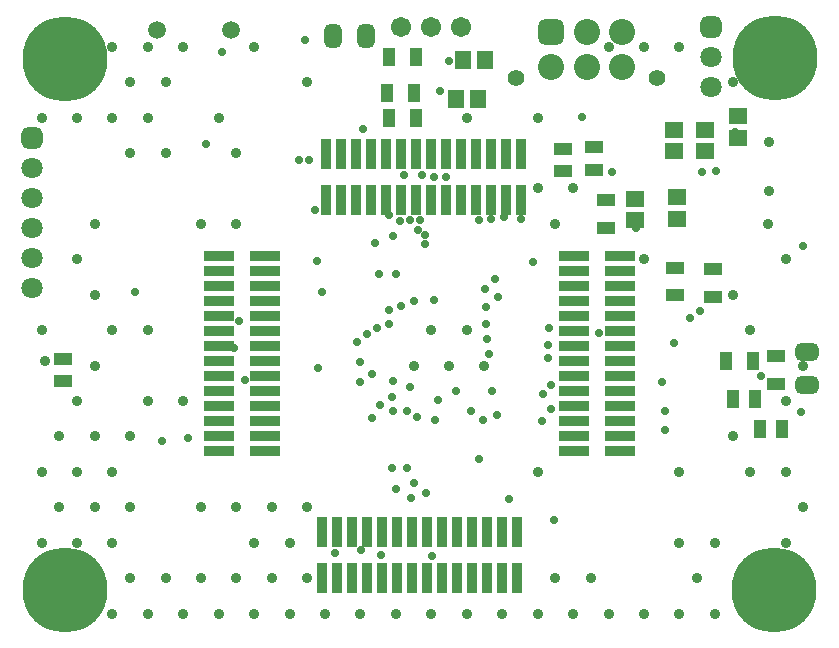
<source format=gbs>
G04*
G04 #@! TF.GenerationSoftware,Altium Limited,Altium Designer,24.3.1 (35)*
G04*
G04 Layer_Color=16711935*
%FSLAX44Y44*%
%MOMM*%
G71*
G04*
G04 #@! TF.SameCoordinates,322CD918-2172-4AA8-915D-2EDBC1309AB6*
G04*
G04*
G04 #@! TF.FilePolarity,Negative*
G04*
G01*
G75*
%ADD47R,1.5032X1.1032*%
%ADD48R,1.5532X1.3532*%
%ADD56R,1.1032X1.5032*%
%ADD70R,1.3532X1.5532*%
%ADD72C,1.8032*%
G04:AMPARAMS|DCode=73|XSize=1.8032mm|YSize=1.8032mm|CornerRadius=0.5016mm|HoleSize=0mm|Usage=FLASHONLY|Rotation=270.000|XOffset=0mm|YOffset=0mm|HoleType=Round|Shape=RoundedRectangle|*
%AMROUNDEDRECTD73*
21,1,1.8032,0.8000,0,0,270.0*
21,1,0.8000,1.8032,0,0,270.0*
1,1,1.0032,-0.4000,-0.4000*
1,1,1.0032,-0.4000,0.4000*
1,1,1.0032,0.4000,0.4000*
1,1,1.0032,0.4000,-0.4000*
%
%ADD73ROUNDEDRECTD73*%
%ADD74C,7.2032*%
%ADD75C,2.2032*%
G04:AMPARAMS|DCode=76|XSize=2.2032mm|YSize=2.2032mm|CornerRadius=0.6016mm|HoleSize=0mm|Usage=FLASHONLY|Rotation=270.000|XOffset=0mm|YOffset=0mm|HoleType=Round|Shape=RoundedRectangle|*
%AMROUNDEDRECTD76*
21,1,2.2032,1.0000,0,0,270.0*
21,1,1.0000,2.2032,0,0,270.0*
1,1,1.2032,-0.5000,-0.5000*
1,1,1.2032,-0.5000,0.5000*
1,1,1.2032,0.5000,0.5000*
1,1,1.2032,0.5000,-0.5000*
%
%ADD76ROUNDEDRECTD76*%
%ADD77C,1.4032*%
%ADD78C,1.5032*%
%ADD79C,1.7032*%
%ADD80C,0.9032*%
%ADD81C,0.7032*%
%ADD99R,0.9532X2.6032*%
G04:AMPARAMS|DCode=100|XSize=1.9532mm|YSize=1.4532mm|CornerRadius=0.4141mm|HoleSize=0mm|Usage=FLASHONLY|Rotation=270.000|XOffset=0mm|YOffset=0mm|HoleType=Round|Shape=RoundedRectangle|*
%AMROUNDEDRECTD100*
21,1,1.9532,0.6250,0,0,270.0*
21,1,1.1250,1.4532,0,0,270.0*
1,1,0.8282,-0.3125,-0.5625*
1,1,0.8282,-0.3125,0.5625*
1,1,0.8282,0.3125,0.5625*
1,1,0.8282,0.3125,-0.5625*
%
%ADD100ROUNDEDRECTD100*%
G04:AMPARAMS|DCode=101|XSize=1.9532mm|YSize=1.4532mm|CornerRadius=0.4141mm|HoleSize=0mm|Usage=FLASHONLY|Rotation=0.000|XOffset=0mm|YOffset=0mm|HoleType=Round|Shape=RoundedRectangle|*
%AMROUNDEDRECTD101*
21,1,1.9532,0.6250,0,0,0.0*
21,1,1.1250,1.4532,0,0,0.0*
1,1,0.8282,0.5625,-0.3125*
1,1,0.8282,-0.5625,-0.3125*
1,1,0.8282,-0.5625,0.3125*
1,1,0.8282,0.5625,0.3125*
%
%ADD101ROUNDEDRECTD101*%
%ADD102R,2.6032X0.9532*%
D47*
X508000Y379800D02*
D03*
Y356800D02*
D03*
X598170Y321380D02*
D03*
Y298380D02*
D03*
X566420Y322650D02*
D03*
Y299650D02*
D03*
X48260Y226720D02*
D03*
Y245720D02*
D03*
X497840Y424790D02*
D03*
Y405790D02*
D03*
X471170Y404520D02*
D03*
Y423520D02*
D03*
X651510Y224720D02*
D03*
Y247720D02*
D03*
D48*
X591820Y421280D02*
D03*
Y439780D02*
D03*
X532130Y362860D02*
D03*
Y381360D02*
D03*
X567690Y364490D02*
D03*
Y382990D02*
D03*
X619760Y432710D02*
D03*
Y451210D02*
D03*
X565150Y421280D02*
D03*
Y439780D02*
D03*
D56*
X323780Y449580D02*
D03*
X346780D02*
D03*
X345510Y471170D02*
D03*
X322510D02*
D03*
X346780Y501650D02*
D03*
X323780D02*
D03*
X632530Y243840D02*
D03*
X609530D02*
D03*
X657200Y186690D02*
D03*
X638200D02*
D03*
X634340Y212090D02*
D03*
X615340D02*
D03*
D70*
X380640Y466090D02*
D03*
X399140D02*
D03*
X386990Y499110D02*
D03*
X405490D02*
D03*
D72*
X21590Y306070D02*
D03*
Y331470D02*
D03*
Y382270D02*
D03*
Y407670D02*
D03*
Y356870D02*
D03*
X596900Y476250D02*
D03*
Y501650D02*
D03*
D73*
X21590Y433070D02*
D03*
X596900Y527050D02*
D03*
D74*
X650000Y50000D02*
D03*
X651030Y500420D02*
D03*
X50000Y500000D02*
D03*
Y50000D02*
D03*
D75*
X521490Y522760D02*
D03*
X491490D02*
D03*
X521490Y492760D02*
D03*
X491490D02*
D03*
X461490D02*
D03*
D76*
Y522760D02*
D03*
D77*
X431800Y483870D02*
D03*
X551180D02*
D03*
D78*
X127500Y524270D02*
D03*
X190000D02*
D03*
D79*
X384810Y527050D02*
D03*
X334010D02*
D03*
X359410D02*
D03*
D80*
X646060Y429690D02*
D03*
Y388190D02*
D03*
X660000Y330000D02*
D03*
X675000Y240000D02*
D03*
X660000Y210000D02*
D03*
Y150000D02*
D03*
X675000Y120000D02*
D03*
X660000Y90000D02*
D03*
X645000Y360000D02*
D03*
X630000Y270000D02*
D03*
Y150000D02*
D03*
X615000Y480000D02*
D03*
Y300000D02*
D03*
Y180000D02*
D03*
X600000Y90000D02*
D03*
Y30000D02*
D03*
X570000Y510000D02*
D03*
Y150000D02*
D03*
Y90000D02*
D03*
X585000Y60000D02*
D03*
X570000Y30000D02*
D03*
X540000Y510000D02*
D03*
Y330000D02*
D03*
Y30000D02*
D03*
X510000Y510000D02*
D03*
Y30000D02*
D03*
X480000Y390000D02*
D03*
X495000Y60000D02*
D03*
X480000Y30000D02*
D03*
X450000Y450000D02*
D03*
Y390000D02*
D03*
X465000Y360000D02*
D03*
X450000Y150000D02*
D03*
X465000Y60000D02*
D03*
X450000Y30000D02*
D03*
X420000D02*
D03*
X390000Y450000D02*
D03*
Y270000D02*
D03*
X405000Y240000D02*
D03*
X390000Y30000D02*
D03*
X360000Y270000D02*
D03*
X375000Y240000D02*
D03*
X360000Y30000D02*
D03*
X345000Y240000D02*
D03*
X330000Y30000D02*
D03*
X300000D02*
D03*
X270000D02*
D03*
X255000Y480000D02*
D03*
Y120000D02*
D03*
X240000Y90000D02*
D03*
X255000Y60000D02*
D03*
X240000Y30000D02*
D03*
X210000Y510000D02*
D03*
X225000Y120000D02*
D03*
X210000Y90000D02*
D03*
X225000Y60000D02*
D03*
X210000Y30000D02*
D03*
X180000Y450000D02*
D03*
X195000Y420000D02*
D03*
Y360000D02*
D03*
Y120000D02*
D03*
Y60000D02*
D03*
X180000Y30000D02*
D03*
X150000Y510000D02*
D03*
X165000Y360000D02*
D03*
X150000Y210000D02*
D03*
X165000Y120000D02*
D03*
Y60000D02*
D03*
X150000Y30000D02*
D03*
X120000Y510000D02*
D03*
X135000Y480000D02*
D03*
X120000Y450000D02*
D03*
X135000Y420000D02*
D03*
X120000Y270000D02*
D03*
Y210000D02*
D03*
X135000Y60000D02*
D03*
X120000Y30000D02*
D03*
X90000Y510000D02*
D03*
X105000Y480000D02*
D03*
X90000Y450000D02*
D03*
X105000Y420000D02*
D03*
X90000Y270000D02*
D03*
X105000Y180000D02*
D03*
X90000Y150000D02*
D03*
X105000Y120000D02*
D03*
X90000Y90000D02*
D03*
X105000Y60000D02*
D03*
X90000Y30000D02*
D03*
X60000Y450000D02*
D03*
X75000Y360000D02*
D03*
X60000Y330000D02*
D03*
X75000Y300000D02*
D03*
Y240000D02*
D03*
X60000Y210000D02*
D03*
X75000Y180000D02*
D03*
X60000Y150000D02*
D03*
X75000Y120000D02*
D03*
X60000Y90000D02*
D03*
X30000Y450000D02*
D03*
Y270000D02*
D03*
X45000Y180000D02*
D03*
X30000Y150000D02*
D03*
X45000Y120000D02*
D03*
X30000Y90000D02*
D03*
X33020Y243840D02*
D03*
D81*
X674370Y341630D02*
D03*
X317500Y80010D02*
D03*
X300690Y83657D02*
D03*
X360680Y78740D02*
D03*
X348554Y354904D02*
D03*
X354330Y350520D02*
D03*
X350159Y363581D02*
D03*
X341630Y363220D02*
D03*
X372110Y400050D02*
D03*
X351790Y401320D02*
D03*
X361950Y400050D02*
D03*
X336550Y401320D02*
D03*
X354330Y342900D02*
D03*
X461488Y223998D02*
D03*
X400050Y161290D02*
D03*
X347980Y196850D02*
D03*
X313690Y271780D02*
D03*
X323850Y275590D02*
D03*
X330200Y317735D02*
D03*
X315760Y317908D02*
D03*
X311977Y344116D02*
D03*
X324410Y367740D02*
D03*
X333577Y362383D02*
D03*
X421640Y365760D02*
D03*
X435610Y364490D02*
D03*
X410210D02*
D03*
X400050Y363220D02*
D03*
X196850Y278130D02*
D03*
X193040Y255270D02*
D03*
X278130Y81280D02*
D03*
X386080Y414020D02*
D03*
X398780Y415290D02*
D03*
X302260Y440690D02*
D03*
X445770Y327660D02*
D03*
X327660Y201930D02*
D03*
X339090D02*
D03*
X403860Y194310D02*
D03*
X381000Y218440D02*
D03*
X393700Y201930D02*
D03*
X415290Y198120D02*
D03*
X411480Y218440D02*
D03*
X365760Y210820D02*
D03*
X363220Y194310D02*
D03*
X453390Y193040D02*
D03*
X461010Y203200D02*
D03*
X454660Y215900D02*
D03*
X501650Y267970D02*
D03*
X345440Y294640D02*
D03*
X638810Y231140D02*
D03*
X565150Y259080D02*
D03*
X458470Y257810D02*
D03*
X459740Y271780D02*
D03*
X153670Y179070D02*
D03*
X132080Y176530D02*
D03*
X425450Y127000D02*
D03*
X316230Y207010D02*
D03*
X326390Y213360D02*
D03*
X299720Y226360D02*
D03*
X341630Y222250D02*
D03*
X310110Y232984D02*
D03*
X327660Y227330D02*
D03*
X557530Y185420D02*
D03*
Y201930D02*
D03*
X261620Y372110D02*
D03*
X327410Y350099D02*
D03*
X202500Y227835D02*
D03*
X414020Y313690D02*
D03*
X262890Y328930D02*
D03*
X267170Y302730D02*
D03*
X361950Y295910D02*
D03*
X554990Y226060D02*
D03*
X405130Y304800D02*
D03*
X323850Y287020D02*
D03*
X406400Y289560D02*
D03*
Y275590D02*
D03*
X408940Y250190D02*
D03*
X334010Y290830D02*
D03*
X305592Y267178D02*
D03*
X297180Y260350D02*
D03*
X299560Y242730D02*
D03*
X264400Y237620D02*
D03*
X309880Y195580D02*
D03*
X327000Y153670D02*
D03*
X356870Y105410D02*
D03*
X344170Y102870D02*
D03*
X355600Y132080D02*
D03*
X342900Y128270D02*
D03*
X345440Y140970D02*
D03*
X339090Y153670D02*
D03*
X330200Y135890D02*
D03*
X458470Y246380D02*
D03*
X407510Y262730D02*
D03*
X416070Y298450D02*
D03*
X168910Y427990D02*
D03*
X256340Y413956D02*
D03*
X247650Y414020D02*
D03*
X374650Y497840D02*
D03*
X367030Y472440D02*
D03*
X570230Y361950D02*
D03*
X533307Y356865D02*
D03*
X182880Y505460D02*
D03*
X600710Y405130D02*
D03*
X589280Y403860D02*
D03*
X487680Y450850D02*
D03*
X513080Y403860D02*
D03*
X463550Y109220D02*
D03*
X109220Y302260D02*
D03*
X252730Y515620D02*
D03*
X587061Y285959D02*
D03*
X579120Y280670D02*
D03*
X565150Y440690D02*
D03*
X591820Y443230D02*
D03*
X617220Y438150D02*
D03*
X673100Y200660D02*
D03*
X630000Y70000D02*
D03*
X622500Y50000D02*
D03*
X630000Y30000D02*
D03*
X650000Y22500D02*
D03*
X670000Y30000D02*
D03*
X677500Y50000D02*
D03*
X670000Y70000D02*
D03*
X650000Y77500D02*
D03*
X630000Y520000D02*
D03*
X622500Y500000D02*
D03*
X630000Y480000D02*
D03*
X650000Y472500D02*
D03*
X670000Y480000D02*
D03*
X677500Y500000D02*
D03*
X670000Y520000D02*
D03*
X650000Y527500D02*
D03*
X50000D02*
D03*
X70000Y520000D02*
D03*
X77500Y500000D02*
D03*
X70000Y480000D02*
D03*
X50000Y472500D02*
D03*
X30000Y480000D02*
D03*
X22500Y500000D02*
D03*
X30000Y520000D02*
D03*
X50000Y77500D02*
D03*
X70000Y70000D02*
D03*
X77500Y50000D02*
D03*
X70000Y30000D02*
D03*
X50000Y22500D02*
D03*
X30000Y30000D02*
D03*
X22500Y50000D02*
D03*
X30000Y70000D02*
D03*
D99*
X432550Y60500D02*
D03*
X419850D02*
D03*
X407150D02*
D03*
X394450D02*
D03*
X381750D02*
D03*
X432550Y99500D02*
D03*
X419850D02*
D03*
X407150D02*
D03*
X394450D02*
D03*
X381750D02*
D03*
X369050Y60500D02*
D03*
X356350D02*
D03*
X369050Y99500D02*
D03*
X356350D02*
D03*
X343650Y60500D02*
D03*
Y99500D02*
D03*
X267450Y60500D02*
D03*
Y99500D02*
D03*
X280150D02*
D03*
Y60500D02*
D03*
X292850Y99500D02*
D03*
Y60500D02*
D03*
X305550Y99500D02*
D03*
Y60500D02*
D03*
X318250Y99500D02*
D03*
X330950D02*
D03*
X318250Y60500D02*
D03*
X330950D02*
D03*
X436242Y380500D02*
D03*
X423543D02*
D03*
X410843D02*
D03*
X398143D02*
D03*
X385443D02*
D03*
X436242Y419500D02*
D03*
X423543D02*
D03*
X410843D02*
D03*
X398143D02*
D03*
X385443D02*
D03*
X372743Y380500D02*
D03*
X360042D02*
D03*
X372743Y419500D02*
D03*
X360042D02*
D03*
X347342Y380500D02*
D03*
Y419500D02*
D03*
X271143Y380500D02*
D03*
Y419500D02*
D03*
X283843D02*
D03*
Y380500D02*
D03*
X296542Y419500D02*
D03*
Y380500D02*
D03*
X309242Y419500D02*
D03*
Y380500D02*
D03*
X321942Y419500D02*
D03*
X334642D02*
D03*
X321942Y380500D02*
D03*
X334642D02*
D03*
D100*
X276580Y519430D02*
D03*
X305080D02*
D03*
D101*
X678180Y251740D02*
D03*
Y223240D02*
D03*
D102*
X480500Y167450D02*
D03*
Y180150D02*
D03*
Y192850D02*
D03*
Y205550D02*
D03*
Y218250D02*
D03*
X519500Y167450D02*
D03*
Y180150D02*
D03*
Y192850D02*
D03*
Y205550D02*
D03*
Y218250D02*
D03*
X480500Y230950D02*
D03*
Y243650D02*
D03*
X519500Y230950D02*
D03*
Y243650D02*
D03*
X480500Y256350D02*
D03*
X519500D02*
D03*
X480500Y332550D02*
D03*
X519500D02*
D03*
Y319850D02*
D03*
X480500D02*
D03*
X519500Y307150D02*
D03*
X480500D02*
D03*
X519500Y294450D02*
D03*
X480500D02*
D03*
X519500Y281750D02*
D03*
Y269050D02*
D03*
X480500Y281750D02*
D03*
Y269050D02*
D03*
X219500Y332550D02*
D03*
Y319850D02*
D03*
Y307150D02*
D03*
Y294450D02*
D03*
Y281750D02*
D03*
X180500Y332550D02*
D03*
Y319850D02*
D03*
Y307150D02*
D03*
Y294450D02*
D03*
Y281750D02*
D03*
X219500Y269050D02*
D03*
Y256350D02*
D03*
X180500Y269050D02*
D03*
Y256350D02*
D03*
X219500Y243650D02*
D03*
X180500D02*
D03*
X219500Y167450D02*
D03*
X180500D02*
D03*
Y180150D02*
D03*
X219500D02*
D03*
X180500Y192850D02*
D03*
X219500D02*
D03*
X180500Y205550D02*
D03*
X219500D02*
D03*
X180500Y218250D02*
D03*
Y230950D02*
D03*
X219500Y218250D02*
D03*
Y230950D02*
D03*
M02*

</source>
